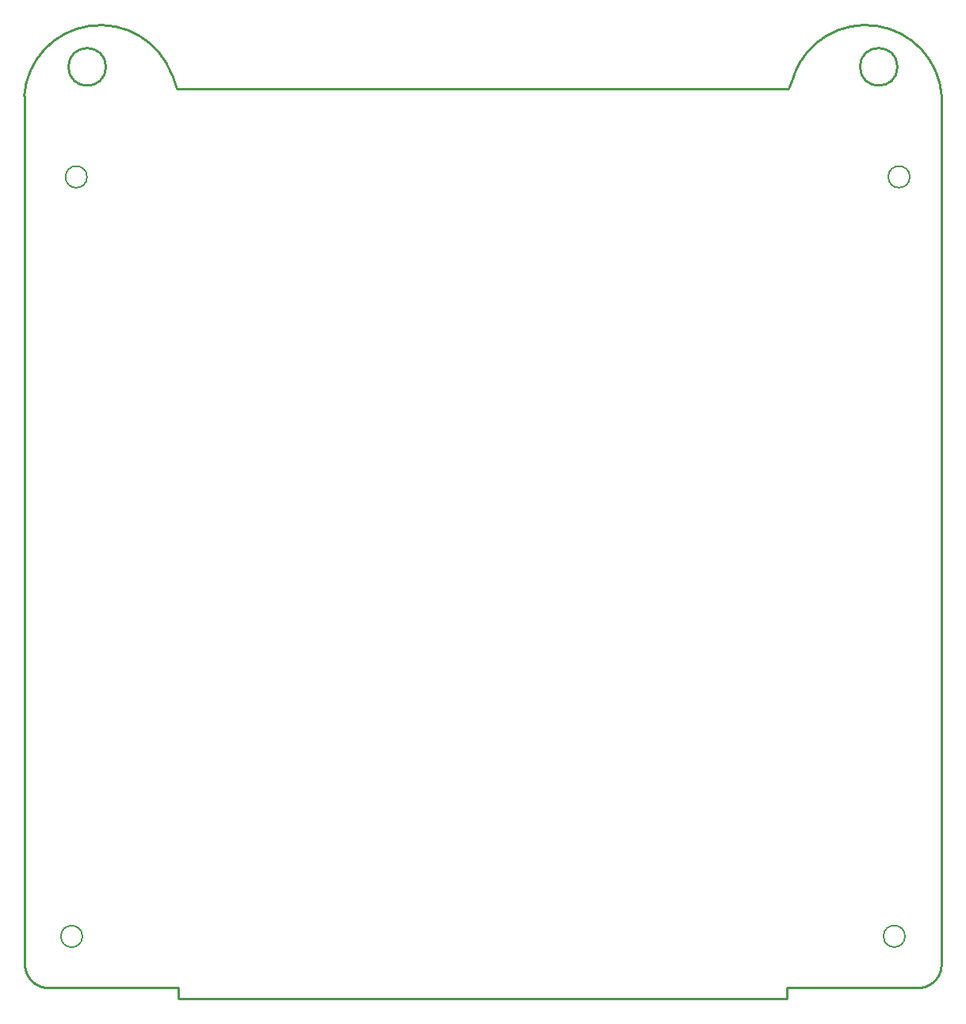
<source format=gbr>
%TF.GenerationSoftware,KiCad,Pcbnew,9.0.1*%
%TF.CreationDate,2025-04-15T01:10:54-06:00*%
%TF.ProjectId,zippy-badge,7a697070-792d-4626-9164-67652e6b6963,rev?*%
%TF.SameCoordinates,PX4d8ff50PY83b6430*%
%TF.FileFunction,Profile,NP*%
%FSLAX46Y46*%
G04 Gerber Fmt 4.6, Leading zero omitted, Abs format (unit mm)*
G04 Created by KiCad (PCBNEW 9.0.1) date 2025-04-15 01:10:54*
%MOMM*%
%LPD*%
G01*
G04 APERTURE LIST*
%TA.AperFunction,Profile*%
%ADD10C,0.250000*%
%TD*%
%TA.AperFunction,Profile*%
%ADD11C,0.200000*%
%TD*%
%ADD12C,0.250000*%
G04 APERTURE END LIST*
D10*
X98002000Y88944000D02*
X98060852Y95562874D01*
X81555500Y-858740D02*
X16531500Y-858740D01*
D11*
X94140000Y5780000D02*
G75*
G02*
X91840000Y5780000I-1150000J0D01*
G01*
X91840000Y5780000D02*
G75*
G02*
X94140000Y5780000I1150000J0D01*
G01*
D12*
X831557Y1025604D02*
X826493Y1030668D01*
X821443Y1035745D01*
X816411Y1040833D01*
X811394Y1045934D01*
X806395Y1051047D01*
X801410Y1056172D01*
X796442Y1061309D01*
X791490Y1066459D01*
X786555Y1071619D01*
X781634Y1076794D01*
X776731Y1081979D01*
X771843Y1087177D01*
X766971Y1092387D01*
X762115Y1097610D01*
X757275Y1102844D01*
X752450Y1108092D01*
X747643Y1113351D01*
X742850Y1118623D01*
X738073Y1123906D01*
X733312Y1129203D01*
X728567Y1134512D01*
X723838Y1139833D01*
X719124Y1145166D01*
X714426Y1150513D01*
X709744Y1155871D01*
X705077Y1161242D01*
X700427Y1166625D01*
X695791Y1172022D01*
X691172Y1177430D01*
X686567Y1182851D01*
X681979Y1188284D01*
X677406Y1193731D01*
X672849Y1199189D01*
X668306Y1204661D01*
X663780Y1210145D01*
X659269Y1215642D01*
X654773Y1221152D01*
X650293Y1226674D01*
X645829Y1232209D01*
X641379Y1237757D01*
X636945Y1243318D01*
X632526Y1248891D01*
X628123Y1254477D01*
X623735Y1260077D01*
X619363Y1265689D01*
X615005Y1271314D01*
X610663Y1276952D01*
X606336Y1282603D01*
X602025Y1288267D01*
X597728Y1293944D01*
X593447Y1299634D01*
X589181Y1305337D01*
X584930Y1311053D01*
X580695Y1316782D01*
X576474Y1322525D01*
X572269Y1328280D01*
X568079Y1334049D01*
X563904Y1339831D01*
X559744Y1345626D01*
X555599Y1351435D01*
X551469Y1357257D01*
X547354Y1363092D01*
X543255Y1368941D01*
X539170Y1374803D01*
X535101Y1380678D01*
X531046Y1386567D01*
X527006Y1392469D01*
X522982Y1398385D01*
X516012Y1408715D01*
D10*
X85000Y88944000D02*
X28168Y95559860D01*
D11*
X6740000Y86900000D02*
G75*
G02*
X4440000Y86900000I-1150000J0D01*
G01*
X4440000Y86900000D02*
G75*
G02*
X6740000Y86900000I1150000J0D01*
G01*
D10*
X98002000Y88944000D02*
X98002000Y2824260D01*
D12*
X516012Y1408715D02*
X508145Y1420507D01*
X500338Y1432355D01*
X492590Y1444256D01*
X484904Y1456211D01*
X477279Y1468217D01*
X469717Y1480275D01*
X462217Y1492382D01*
X454781Y1504539D01*
X447410Y1516745D01*
X440103Y1528997D01*
X432862Y1541295D01*
X425687Y1553639D01*
X418579Y1566026D01*
X411539Y1578457D01*
X404566Y1590929D01*
X397663Y1603443D01*
X390829Y1615996D01*
X384065Y1628588D01*
X377371Y1641217D01*
X370749Y1653884D01*
X364198Y1666585D01*
X357720Y1679321D01*
X354508Y1685701D01*
X351315Y1692090D01*
X348139Y1698486D01*
X344983Y1704891D01*
X341844Y1711303D01*
X338725Y1717722D01*
X335624Y1724149D01*
X332541Y1730584D01*
X329477Y1737025D01*
X326433Y1743474D01*
X323407Y1749929D01*
X320399Y1756392D01*
X317412Y1762860D01*
X314442Y1769336D01*
X311493Y1775817D01*
X308562Y1782305D01*
X305650Y1788798D01*
X302758Y1795298D01*
X299885Y1801803D01*
X297032Y1808314D01*
X294198Y1814830D01*
X291383Y1821352D01*
X288589Y1827878D01*
X285813Y1834410D01*
X283058Y1840946D01*
X280322Y1847488D01*
X280004Y1848251D01*
X97953111Y2328313D02*
X97950312Y2314461D01*
X97947431Y2300604D01*
X97944468Y2286744D01*
X97941423Y2272884D01*
X97938296Y2259024D01*
X97935087Y2245166D01*
X97931797Y2231312D01*
X97928426Y2217464D01*
X97924975Y2203623D01*
X97921443Y2189790D01*
X97917832Y2175968D01*
X97914141Y2162159D01*
X97910370Y2148363D01*
X97906522Y2134582D01*
X97904568Y2127698D01*
X97902594Y2120819D01*
X97900602Y2113944D01*
X97898589Y2107074D01*
X97896558Y2100209D01*
X97894507Y2093350D01*
X97892437Y2086496D01*
X97890348Y2079648D01*
X97888239Y2072806D01*
X97886112Y2065969D01*
X97883966Y2059140D01*
X97881800Y2052316D01*
X97879616Y2045500D01*
X97877413Y2038690D01*
X97875192Y2031888D01*
X97872951Y2025092D01*
X97870692Y2018305D01*
X97868415Y2011525D01*
X97866119Y2004754D01*
X97863805Y1997989D01*
X97861473Y1991234D01*
X97859122Y1984487D01*
X97856753Y1977749D01*
X97854366Y1971019D01*
X97851961Y1964300D01*
X97849538Y1957588D01*
X97847098Y1950888D01*
X97844639Y1944195D01*
X97842163Y1937514D01*
X97839669Y1930842D01*
X97837158Y1924181D01*
X97834629Y1917529D01*
X97832084Y1910890D01*
X97829520Y1904259D01*
X97826940Y1897642D01*
X97824342Y1891033D01*
X97821727Y1884439D01*
X97819095Y1877853D01*
X97816447Y1871282D01*
X97813782Y1864720D01*
X97811100Y1858173D01*
X97808401Y1851635D01*
X97807856Y1850321D01*
D10*
X81555500Y284260D02*
X81555500Y-858740D01*
X8759019Y98656841D02*
G75*
G02*
X4759019Y98656841I-2000000J0D01*
G01*
X4759019Y98656841D02*
G75*
G02*
X8759019Y98656841I2000000J0D01*
G01*
D12*
X1654677Y476906D02*
X1648063Y479651D01*
X1641460Y482413D01*
X1634867Y485192D01*
X1628284Y487989D01*
X1621711Y490803D01*
X1615149Y493635D01*
X1608597Y496484D01*
X1602055Y499350D01*
X1595523Y502234D01*
X1589001Y505135D01*
X1582490Y508054D01*
X1575988Y510990D01*
X1569497Y513943D01*
X1563015Y516914D01*
X1556544Y519902D01*
X1550082Y522907D01*
X1543631Y525930D01*
X1537189Y528971D01*
X1530757Y532029D01*
X1524335Y535104D01*
X1517923Y538197D01*
X1511521Y541307D01*
X1505128Y544435D01*
X1498746Y547580D01*
X1492373Y550743D01*
X1486009Y553923D01*
X1479655Y557121D01*
X1473311Y560337D01*
X1466977Y563570D01*
X1460652Y566820D01*
X1448031Y573374D01*
X1435447Y579998D01*
X1422902Y586693D01*
X1410394Y593458D01*
X1397924Y600294D01*
X1385491Y607201D01*
X1373094Y614179D01*
X1360735Y621228D01*
X1348412Y628348D01*
X1336126Y635539D01*
X1323876Y642802D01*
X1311662Y650136D01*
X1299484Y657543D01*
X1287341Y665021D01*
X1275235Y672571D01*
X1263163Y680193D01*
X1251127Y687888D01*
X1239126Y695656D01*
X1227159Y703496D01*
X1217508Y709889D01*
D10*
X16366400Y96296260D02*
X81720600Y96296260D01*
X16531500Y284260D02*
X2625000Y284260D01*
D12*
X1217508Y709889D02*
X1205797Y717733D01*
X1194108Y725658D01*
X1182443Y733664D01*
X1170804Y741749D01*
X1159192Y749912D01*
X1147610Y758152D01*
X1136059Y766469D01*
X1124540Y774860D01*
X1113056Y783326D01*
X1101607Y791864D01*
X1090197Y800474D01*
X1078826Y809155D01*
X1067496Y817904D01*
X1056209Y826722D01*
X1044966Y835606D01*
X1033770Y844556D01*
X1022621Y853570D01*
X1011522Y862648D01*
X1005991Y867209D01*
X1000474Y871786D01*
X994969Y876378D01*
X989478Y880985D01*
X984001Y885606D01*
X978537Y890243D01*
X973087Y894893D01*
X967652Y899558D01*
X962231Y904236D01*
X956824Y908929D01*
X951432Y913635D01*
X946055Y918356D01*
X940693Y923088D01*
X935346Y927835D01*
X930016Y932594D01*
X924700Y937366D01*
X919401Y942150D01*
X914117Y946948D01*
X908851Y951757D01*
X903600Y956579D01*
X898366Y961412D01*
X893148Y966258D01*
X887949Y971114D01*
X882765Y975982D01*
X877600Y980861D01*
X872451Y985752D01*
X867321Y990652D01*
X862207Y995564D01*
X857114Y1000485D01*
X852036Y1005419D01*
X846979Y1010360D01*
X841938Y1015314D01*
X836919Y1020274D01*
X831915Y1025247D01*
X831557Y1025604D01*
X97256710Y1026869D02*
X97246721Y1016952D01*
X97236666Y1007081D01*
X97226544Y997257D01*
X97216357Y987481D01*
X97206105Y977754D01*
X97195789Y968076D01*
X97185408Y958447D01*
X97174965Y948869D01*
X97164458Y939342D01*
X97153889Y929866D01*
X97143259Y920443D01*
X97132568Y911072D01*
X97121816Y901755D01*
X97111004Y892492D01*
X97100133Y883283D01*
X97089204Y874129D01*
X97078217Y865032D01*
X97067172Y855990D01*
X97056071Y847006D01*
X97044913Y838079D01*
X97033701Y829211D01*
X97022434Y820401D01*
X97011112Y811650D01*
X96999738Y802960D01*
X96988311Y794330D01*
X96976832Y785761D01*
X96965302Y777253D01*
X96953721Y768808D01*
X96942091Y760426D01*
X96930411Y752106D01*
X96918683Y743851D01*
X96906908Y735660D01*
X96895086Y727534D01*
X96883218Y719473D01*
X96871305Y711478D01*
X96859347Y703550D01*
X96853351Y699611D01*
X96847345Y695689D01*
X96841328Y691783D01*
X96835301Y687895D01*
X96829262Y684023D01*
X96823214Y680169D01*
X96817155Y676331D01*
X96811085Y672511D01*
X96805006Y668708D01*
X96798916Y664923D01*
X96792817Y661154D01*
X96786707Y657403D01*
X96780588Y653670D01*
X96774459Y649954D01*
X96768321Y646256D01*
X96762173Y642575D01*
X96756016Y638912D01*
X96749849Y635267D01*
X96743674Y631640D01*
X96737489Y628030D01*
X96731295Y624439D01*
X96725092Y620865D01*
X96718881Y617309D01*
X96712661Y613772D01*
X96706432Y610252D01*
X96700195Y606751D01*
X96693950Y603268D01*
X96687695Y599803D01*
X96681434Y596357D01*
X96675163Y592929D01*
X96668886Y589520D01*
X96662599Y586128D01*
X96656306Y582756D01*
X96650004Y579402D01*
X96643696Y576067D01*
X96637379Y572750D01*
X96631055Y569453D01*
X96624724Y566173D01*
X96618386Y562913D01*
X96612040Y559671D01*
X96605689Y556449D01*
X96599329Y553245D01*
X96592964Y550061D01*
X96586590Y546895D01*
X96580212Y543749D01*
X96573826Y540621D01*
X96567435Y537514D01*
X96561036Y534424D01*
X96554632Y531355D01*
X96548221Y528304D01*
X96541806Y525274D01*
X96535382Y522261D01*
X96528955Y519269D01*
X96522521Y516296D01*
X96516083Y513343D01*
X96509637Y510409D01*
X96503188Y507495D01*
X96496732Y504600D01*
X96490273Y501725D01*
X96483806Y498869D01*
X96477337Y496034D01*
X96470861Y493217D01*
X96464382Y490421D01*
X96457896Y487644D01*
X96451408Y484888D01*
X96444914Y482151D01*
X96434409Y477769D01*
X97573488Y1412446D02*
X97565616Y1400744D01*
X97557663Y1389066D01*
X97549631Y1377413D01*
X97541520Y1365788D01*
X97533332Y1354191D01*
X97525067Y1342625D01*
X97516727Y1331090D01*
X97508313Y1319589D01*
X97499825Y1308124D01*
X97491264Y1296695D01*
X97482633Y1285304D01*
X97473932Y1273954D01*
X97465161Y1262645D01*
X97456324Y1251379D01*
X97447419Y1240158D01*
X97438449Y1228984D01*
X97429416Y1217857D01*
X97420319Y1206781D01*
X97411161Y1195755D01*
X97406559Y1190262D01*
X97401942Y1184782D01*
X97397311Y1179315D01*
X97392665Y1173863D01*
X97388005Y1168424D01*
X97383330Y1163000D01*
X97378642Y1157590D01*
X97373939Y1152194D01*
X97369223Y1146813D01*
X97364493Y1141447D01*
X97359750Y1136096D01*
X97354993Y1130760D01*
X97350224Y1125440D01*
X97345441Y1120134D01*
X97340647Y1114846D01*
X97335838Y1109572D01*
X97331019Y1104316D01*
X97326186Y1099074D01*
X97321343Y1093851D01*
X97316486Y1088643D01*
X97311619Y1083453D01*
X97306739Y1078278D01*
X97301849Y1073122D01*
X97296947Y1067982D01*
X97292035Y1062862D01*
X97287111Y1057757D01*
X97282178Y1052671D01*
X97277232Y1047602D01*
X97272279Y1042553D01*
X97267313Y1037520D01*
X97262339Y1032508D01*
X97257354Y1027512D01*
X97256710Y1026869D01*
D10*
X15805000Y97840956D02*
X16366400Y96296260D01*
X85000Y2824260D02*
X85000Y88944000D01*
X28167Y95559860D02*
G75*
G02*
X15804993Y97840953I8140303J-601610D01*
G01*
D12*
X96434409Y477769D02*
X96421322Y472389D01*
X96408197Y467080D01*
X96395034Y461841D01*
X96381834Y456674D01*
X96368596Y451579D01*
X96355323Y446555D01*
X96342015Y441603D01*
X96328671Y436724D01*
X96315294Y431918D01*
X96301883Y427184D01*
X96288439Y422524D01*
X96274964Y417938D01*
X96261457Y413425D01*
X96247919Y408986D01*
X96234350Y404622D01*
X96220753Y400332D01*
X96207127Y396117D01*
X96193472Y391977D01*
X96179790Y387912D01*
X96166082Y383923D01*
X96152347Y380009D01*
X96138588Y376172D01*
X96131698Y374282D01*
X96124803Y372410D01*
X96117902Y370558D01*
X96110994Y368726D01*
X96104081Y366912D01*
X96097163Y365117D01*
X96090238Y363342D01*
X96083308Y361586D01*
X96076373Y359849D01*
X96069432Y358131D01*
X96062486Y356433D01*
X96055535Y354754D01*
X96048579Y353094D01*
X96041617Y351454D01*
X96034651Y349833D01*
X96027679Y348232D01*
X96020703Y346649D01*
X96013723Y345087D01*
X96006738Y343544D01*
X95999747Y342020D01*
X95992754Y340516D01*
X95985755Y339031D01*
X95978752Y337566D01*
X95971745Y336121D01*
X95964734Y334695D01*
X95957719Y333288D01*
X95950700Y331902D01*
X95943677Y330535D01*
X95936651Y329187D01*
X95929621Y327859D01*
X95922588Y326551D01*
X95915550Y325263D01*
X95908510Y323994D01*
X95901466Y322746D01*
X95894420Y321516D01*
X95887369Y320307D01*
X95880317Y319117D01*
X95873260Y317948D01*
X95866202Y316798D01*
X95859140Y315667D01*
X95852077Y314557D01*
X95845009Y313467D01*
X95837941Y312396D01*
X95830868Y311345D01*
X95823795Y310314D01*
X95816718Y309303D01*
X95809640Y308312D01*
X95802559Y307341D01*
X95795477Y306390D01*
X95788392Y305459D01*
X95781307Y304547D01*
X95774218Y303656D01*
X95767130Y302784D01*
X95760038Y301933D01*
X95752946Y301101D01*
X95745852Y300290D01*
X95738757Y299498D01*
X95731660Y298727D01*
X95724563Y297975D01*
X95717464Y297243D01*
X95710366Y296532D01*
X95703264Y295840D01*
X95696164Y295169D01*
X95689061Y294518D01*
X95681960Y293886D01*
X95674856Y293275D01*
X95667753Y292684D01*
X95660649Y292112D01*
X95653546Y291561D01*
X95646440Y291030D01*
X95639337Y290519D01*
X95632232Y290028D01*
X95625128Y289557D01*
X95618023Y289106D01*
X95610920Y288675D01*
X95603815Y288264D01*
X95596713Y287873D01*
X95589609Y287503D01*
X95582508Y287152D01*
X95575405Y286821D01*
X95568305Y286511D01*
X95561203Y286220D01*
X95554105Y285950D01*
X95547005Y285700D01*
X95539909Y285470D01*
X95532811Y285259D01*
X95525717Y285069D01*
X95518622Y284899D01*
X95511531Y284749D01*
X95504438Y284619D01*
X95497350Y284509D01*
X95490260Y284419D01*
X95483175Y284349D01*
X95476089Y284300D01*
X95462000Y284260D01*
X2131057Y332750D02*
X2117191Y335540D01*
X2103322Y338412D01*
X2089452Y341366D01*
X2075582Y344401D01*
X2061714Y347518D01*
X2047850Y350716D01*
X2033991Y353996D01*
X2020139Y357355D01*
X2006294Y360796D01*
X1992460Y364316D01*
X1978637Y367916D01*
X1964827Y371595D01*
X1951031Y375353D01*
X1944139Y377261D01*
X1937251Y379189D01*
X1930368Y381137D01*
X1923489Y383104D01*
X1916615Y385091D01*
X1909746Y387097D01*
X1902882Y389122D01*
X1896024Y391167D01*
X1889171Y393231D01*
X1882324Y395314D01*
X1875483Y397416D01*
X1868647Y399537D01*
X1861819Y401677D01*
X1854996Y403836D01*
X1848181Y406014D01*
X1841371Y408211D01*
X1834570Y410426D01*
X1827775Y412660D01*
X1820989Y414913D01*
X1814209Y417184D01*
X1807438Y419474D01*
X1800674Y421782D01*
X1793919Y424108D01*
X1787171Y426453D01*
X1780434Y428816D01*
X1773703Y431198D01*
X1766983Y433596D01*
X1760271Y436014D01*
X1753569Y438449D01*
X1746875Y440902D01*
X1740193Y443373D01*
X1733518Y445861D01*
X1726856Y448367D01*
X1720201Y450891D01*
X1713560Y453432D01*
X1706926Y455991D01*
X1700305Y458566D01*
X1693693Y461160D01*
X1687094Y463770D01*
X1680504Y466398D01*
X1673928Y469041D01*
X1667361Y471703D01*
X1654677Y476906D01*
X280004Y1848251D02*
X274606Y1861325D01*
X269278Y1874439D01*
X264021Y1887590D01*
X258835Y1900780D01*
X253720Y1914006D01*
X248677Y1927269D01*
X243706Y1940568D01*
X238807Y1953902D01*
X233981Y1967271D01*
X229227Y1980673D01*
X224547Y1994108D01*
X219940Y2007576D01*
X215407Y2021076D01*
X210948Y2034607D01*
X206563Y2048168D01*
X202252Y2061759D01*
X198016Y2075379D01*
X193856Y2089027D01*
X189770Y2102704D01*
X185760Y2116407D01*
X181825Y2130136D01*
X179886Y2137011D01*
X177966Y2143891D01*
X176065Y2150778D01*
X174184Y2157671D01*
X172321Y2164570D01*
X170477Y2171476D01*
X168653Y2178386D01*
X166848Y2185303D01*
X165061Y2192226D01*
X163295Y2199154D01*
X161547Y2206087D01*
X159818Y2213026D01*
X158109Y2219971D01*
X156419Y2226920D01*
X154749Y2233875D01*
X153098Y2240835D01*
X151466Y2247800D01*
X149854Y2254770D01*
X148261Y2261744D01*
X146687Y2268724D01*
X145133Y2275707D01*
X143599Y2282696D01*
X142083Y2289689D01*
X140588Y2296686D01*
X139112Y2303688D01*
X137655Y2310694D01*
X136219Y2317703D01*
X134801Y2324718D01*
X133404Y2331735D01*
X132025Y2338757D01*
X130667Y2345782D01*
X129328Y2352812D01*
X128009Y2359844D01*
X126710Y2366881D01*
X125430Y2373920D01*
X124170Y2380963D01*
X122930Y2388009D01*
X121710Y2395058D01*
X120509Y2402110D01*
X119329Y2409166D01*
X118168Y2416223D01*
X117026Y2423285D01*
X115905Y2430348D01*
X114803Y2437415D01*
X113722Y2444483D01*
X112660Y2451554D01*
X111618Y2458627D01*
X110596Y2465704D01*
X109594Y2472781D01*
X108612Y2479861D01*
X107649Y2486943D01*
X106707Y2494027D01*
X105785Y2501112D01*
X104882Y2508200D01*
X104000Y2515288D01*
X103137Y2522380D01*
X102295Y2529471D01*
X101472Y2536565D01*
X100669Y2543659D01*
X99887Y2550756D01*
X99124Y2557852D01*
X98382Y2564951D01*
X97659Y2572049D01*
X96957Y2579150D01*
X96274Y2586250D01*
X95612Y2593352D01*
X94969Y2600454D01*
X94347Y2607557D01*
X93745Y2614659D01*
X93162Y2621764D01*
X92600Y2628866D01*
X92058Y2635971D01*
X91536Y2643074D01*
X91034Y2650179D01*
X90552Y2657282D01*
X90090Y2664387D01*
X89648Y2671490D01*
X89226Y2678594D01*
X88824Y2685696D01*
X88443Y2692799D01*
X88081Y2699900D01*
X87739Y2707003D01*
X87418Y2714102D01*
X87117Y2721203D01*
X86835Y2728301D01*
X86574Y2735400D01*
X86333Y2742496D01*
X86112Y2749593D01*
X85911Y2756686D01*
X85730Y2763781D01*
X85569Y2770872D01*
X85428Y2777964D01*
X85307Y2785052D01*
X85206Y2792140D01*
X85125Y2799225D01*
X85064Y2806311D01*
X85024Y2813392D01*
X85003Y2820473D01*
X85000Y2824260D01*
D10*
X93330000Y98660000D02*
G75*
G02*
X89330000Y98660000I-2000000J0D01*
G01*
X89330000Y98660000D02*
G75*
G02*
X93330000Y98660000I2000000J0D01*
G01*
X82284019Y97844115D02*
G75*
G02*
X98060842Y95563018I7636521J-2882705D01*
G01*
X16531500Y284260D02*
X16531500Y-858740D01*
D11*
X6250000Y5770000D02*
G75*
G02*
X3950000Y5770000I-1150000J0D01*
G01*
X3950000Y5770000D02*
G75*
G02*
X6250000Y5770000I1150000J0D01*
G01*
D10*
X81720600Y96296260D02*
X82284019Y97844115D01*
X95462000Y284260D02*
X81555500Y284260D01*
D12*
X2625000Y284260D02*
X2617839Y284270D01*
X2610682Y284300D01*
X2603527Y284350D01*
X2596376Y284420D01*
X2589227Y284510D01*
X2582081Y284620D01*
X2574938Y284749D01*
X2567798Y284899D01*
X2560661Y285069D01*
X2553527Y285259D01*
X2539266Y285698D01*
X2525016Y286216D01*
X2510776Y286815D01*
X2496546Y287493D01*
X2482327Y288250D01*
X2468117Y289087D01*
X2453917Y290004D01*
X2439725Y291000D01*
X2425543Y292076D01*
X2411370Y293231D01*
X2397205Y294466D01*
X2383048Y295780D01*
X2368900Y297174D01*
X2354759Y298647D01*
X2340625Y300201D01*
X2326499Y301833D01*
X2312380Y303546D01*
X2298268Y305338D01*
X2284163Y307210D01*
X2270063Y309162D01*
X2255970Y311193D01*
X2241883Y313305D01*
X2227801Y315497D01*
X2213725Y317768D01*
X2199654Y320120D01*
X2185587Y322552D01*
X2171526Y325065D01*
X2157469Y327658D01*
X2143416Y330331D01*
X2131057Y332750D01*
D11*
X94650000Y86900000D02*
G75*
G02*
X92350000Y86900000I-1150000J0D01*
G01*
X92350000Y86900000D02*
G75*
G02*
X94650000Y86900000I1150000J0D01*
G01*
D12*
X98002000Y2824260D02*
X98001990Y2817099D01*
X98001960Y2809941D01*
X98001910Y2802786D01*
X98001840Y2795635D01*
X98001750Y2788485D01*
X98001640Y2781340D01*
X98001511Y2774196D01*
X98001361Y2767056D01*
X98001191Y2759918D01*
X98001001Y2752784D01*
X98000792Y2745652D01*
X98000562Y2738523D01*
X98000044Y2724272D01*
X97999445Y2710032D01*
X97998767Y2695803D01*
X97998010Y2681583D01*
X97997173Y2667373D01*
X97996256Y2653173D01*
X97995260Y2638982D01*
X97994184Y2624800D01*
X97993029Y2610627D01*
X97991794Y2596462D01*
X97990480Y2582306D01*
X97989086Y2568158D01*
X97987613Y2554017D01*
X97986060Y2539885D01*
X97984427Y2525759D01*
X97982715Y2511641D01*
X97980923Y2497530D01*
X97979051Y2483425D01*
X97977099Y2469327D01*
X97975068Y2455235D01*
X97972956Y2441149D01*
X97970765Y2427068D01*
X97968493Y2412993D01*
X97966141Y2398923D01*
X97963709Y2384859D01*
X97961197Y2370799D01*
X97958604Y2356743D01*
X97955931Y2342692D01*
X97953177Y2328645D01*
X97953111Y2328313D01*
X97807856Y1850321D02*
X97805101Y1843712D01*
X97802329Y1837112D01*
X97799539Y1830523D01*
X97796732Y1823944D01*
X97793908Y1817376D01*
X97791066Y1810818D01*
X97788207Y1804270D01*
X97785330Y1797732D01*
X97782436Y1791205D01*
X97779525Y1784687D01*
X97776597Y1778180D01*
X97773651Y1771683D01*
X97770687Y1765196D01*
X97767707Y1758719D01*
X97764708Y1752252D01*
X97761693Y1745795D01*
X97758660Y1739348D01*
X97755609Y1732911D01*
X97752542Y1726484D01*
X97749456Y1720067D01*
X97746354Y1713660D01*
X97743233Y1707262D01*
X97740096Y1700874D01*
X97736941Y1694496D01*
X97733768Y1688128D01*
X97730578Y1681769D01*
X97727370Y1675420D01*
X97724145Y1669081D01*
X97720902Y1662752D01*
X97717642Y1656432D01*
X97711069Y1643821D01*
X97704425Y1631248D01*
X97697711Y1618713D01*
X97690927Y1606215D01*
X97684072Y1593756D01*
X97677146Y1581333D01*
X97670149Y1568948D01*
X97663081Y1556600D01*
X97655942Y1544288D01*
X97648732Y1532014D01*
X97641451Y1519775D01*
X97634098Y1507573D01*
X97626673Y1495407D01*
X97619177Y1483276D01*
X97611608Y1471182D01*
X97603967Y1459123D01*
X97596254Y1447099D01*
X97588469Y1435110D01*
X97580611Y1423157D01*
X97573488Y1412446D01*
M02*

</source>
